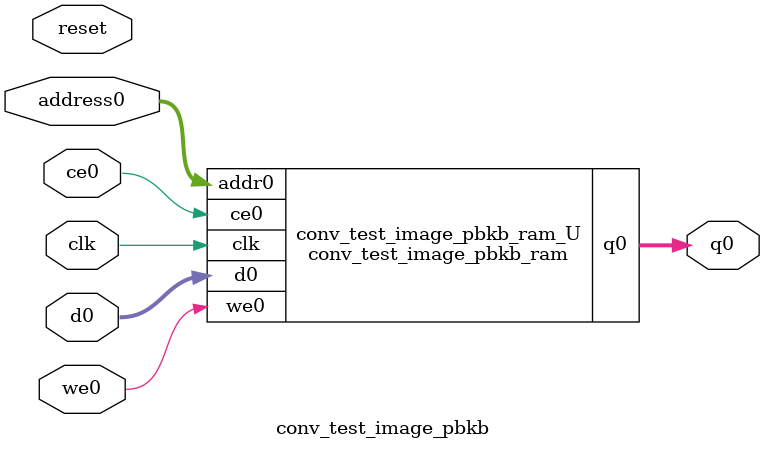
<source format=v>
`timescale 1 ns / 1 ps
module conv_test_image_pbkb_ram (addr0, ce0, d0, we0, q0,  clk);

parameter DWIDTH = 32;
parameter AWIDTH = 17;
parameter MEM_SIZE = 103684;

input[AWIDTH-1:0] addr0;
input ce0;
input[DWIDTH-1:0] d0;
input we0;
output reg[DWIDTH-1:0] q0;
input clk;

(* ram_style = "block" *)reg [DWIDTH-1:0] ram[0:MEM_SIZE-1];




always @(posedge clk)  
begin 
    if (ce0) 
    begin
        if (we0) 
        begin 
            ram[addr0] <= d0; 
        end 
        q0 <= ram[addr0];
    end
end


endmodule

`timescale 1 ns / 1 ps
module conv_test_image_pbkb(
    reset,
    clk,
    address0,
    ce0,
    we0,
    d0,
    q0);

parameter DataWidth = 32'd32;
parameter AddressRange = 32'd103684;
parameter AddressWidth = 32'd17;
input reset;
input clk;
input[AddressWidth - 1:0] address0;
input ce0;
input we0;
input[DataWidth - 1:0] d0;
output[DataWidth - 1:0] q0;



conv_test_image_pbkb_ram conv_test_image_pbkb_ram_U(
    .clk( clk ),
    .addr0( address0 ),
    .ce0( ce0 ),
    .we0( we0 ),
    .d0( d0 ),
    .q0( q0 ));

endmodule


</source>
